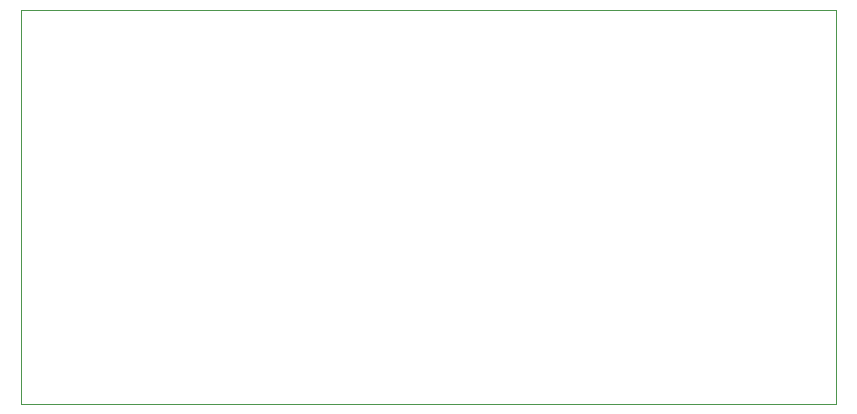
<source format=gbr>
%TF.GenerationSoftware,KiCad,Pcbnew,8.0.7*%
%TF.CreationDate,2025-07-29T16:18:33-04:00*%
%TF.ProjectId,hermes,6865726d-6573-42e6-9b69-6361645f7063,rev?*%
%TF.SameCoordinates,Original*%
%TF.FileFunction,Profile,NP*%
%FSLAX46Y46*%
G04 Gerber Fmt 4.6, Leading zero omitted, Abs format (unit mm)*
G04 Created by KiCad (PCBNEW 8.0.7) date 2025-07-29 16:18:33*
%MOMM*%
%LPD*%
G01*
G04 APERTURE LIST*
%TA.AperFunction,Profile*%
%ADD10C,0.050000*%
%TD*%
G04 APERTURE END LIST*
D10*
X104775000Y-52387500D02*
X173831250Y-52387500D01*
X173831250Y-85725000D01*
X104775000Y-85725000D01*
X104775000Y-52387500D01*
M02*

</source>
